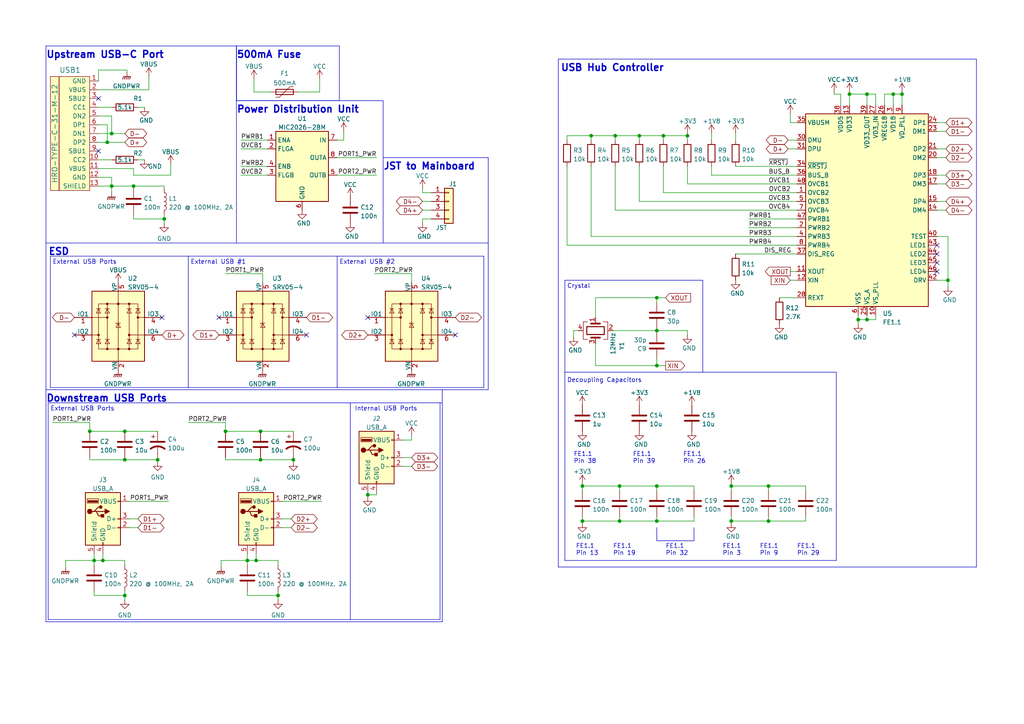
<source format=kicad_sch>
(kicad_sch (version 20230121) (generator eeschema)
  (paper "A4")
  (title_block (title "EC_Pro2_Controller_Normal") (date "2023-11-17") (rev "1.0") (company "LU.SV Solutions") (comment 1 "Cipulot PCB Design") (comment 2 "Cipulot") (comment 3 "GNU General Public License v3.0 "))
  (junction (at 32.385 38.735))
  (junction (at 168.91 140.97))
  (junction (at 251.46 27.305))
  (junction (at 36.195 133.35))
  (junction (at 179.705 140.97))
  (junction (at 190.5 95.885))
  (junction (at 65.405 125.095))
  (junction (at 29.845 162.56))
  (junction (at 190.5 140.97))
  (junction (at 246.38 27.305))
  (junction (at 74.295 162.56))
  (junction (at 261.62 27.305))
  (junction (at 26.035 125.095))
  (junction (at 27.305 162.56))
  (junction (at 32.385 53.975))
  (junction (at 75.565 125.095))
  (junction (at 36.195 125.095))
  (junction (at 85.09 133.35))
  (junction (at 274.955 81.28))
  (junction (at 185.42 39.37))
  (junction (at 222.885 140.97))
  (junction (at 80.645 172.72))
  (junction (at 47.625 63.5))
  (junction (at 75.565 133.35))
  (junction (at 192.405 39.37))
  (junction (at 212.09 151.13))
  (junction (at 190.5 86.36))
  (junction (at 190.5 151.13))
  (junction (at 190.5 106.045))
  (junction (at 212.09 140.97))
  (junction (at 45.72 133.35))
  (junction (at 168.91 151.13))
  (junction (at 259.08 27.305))
  (junction (at 179.705 151.13))
  (junction (at 199.39 39.37))
  (junction (at 251.46 92.71))
  (junction (at 222.885 151.13))
  (junction (at 36.195 172.72))
  (junction (at 38.735 53.975))
  (junction (at 248.92 92.71))
  (junction (at 71.755 162.56))
  (junction (at 106.68 143.51))
  (junction (at 31.115 41.275))
  (junction (at 171.45 39.37))
  (junction (at 178.435 39.37))
  (no_connect (at 28.575 43.815))
  (no_connect (at 63.5 92.075))
  (no_connect (at 88.9 97.155))
  (no_connect (at 132.08 97.155))
  (no_connect (at 106.68 92.075))
  (no_connect (at 271.78 71.12))
  (no_connect (at 271.78 76.2))
  (no_connect (at 271.78 73.66))
  (no_connect (at 271.78 78.74))
  (no_connect (at 28.575 28.575))
  (no_connect (at 46.99 92.075))
  (no_connect (at 21.59 97.155))
  (polyline (pts (xy 13.335 70.485) (xy 141.605 70.485)))
  (wire (pts (xy 248.92 92.71) (xy 248.92 93.98)))
  (wire (pts (xy 164.465 71.12) (xy 164.465 48.26)))
  (wire (pts (xy 217.17 66.04) (xy 231.14 66.04)))
  (wire (pts (xy 185.42 39.37) (xy 192.405 39.37)))
  (wire (pts (xy 178.435 40.64) (xy 178.435 39.37)))
  (polyline (pts (xy 163.83 107.95) (xy 242.57 107.95)))
  (wire (pts (xy 172.72 106.045) (xy 190.5 106.045)))
  (wire (pts (xy 201.295 151.13) (xy 190.5 151.13)))
  (wire (pts (xy 192.405 39.37) (xy 199.39 39.37)))
  (wire (pts (xy 69.85 50.8) (xy 77.47 50.8)))
  (wire (pts (xy 36.195 125.095) (xy 45.72 125.095)))
  (wire (pts (xy 28.575 23.495) (xy 28.575 20.32)))
  (wire (pts (xy 172.72 86.36) (xy 190.5 86.36)))
  (wire (pts (xy 28.575 53.975) (xy 32.385 53.975)))
  (wire (pts (xy 254 27.305) (xy 251.46 27.305)))
  (polyline (pts (xy 13.335 113.03) (xy 13.335 180.34)))
  (wire (pts (xy 222.885 140.97) (xy 233.68 140.97)))
  (wire (pts (xy 228.6 43.18) (xy 231.14 43.18)))
  (wire (pts (xy 222.885 140.97) (xy 222.885 142.24)))
  (polyline (pts (xy 97.79 112.395) (xy 140.335 112.395)))
  (polyline (pts (xy 13.335 13.335) (xy 13.335 70.485)))
  (wire (pts (xy 177.8 95.885) (xy 190.5 95.885)))
  (wire (pts (xy 164.465 39.37) (xy 171.45 39.37)))
  (wire (pts (xy 28.575 20.32) (xy 36.83 20.32)))
  (wire (pts (xy 43.18 26.035) (xy 43.18 22.225)))
  (wire (pts (xy 168.91 140.97) (xy 168.91 142.24)))
  (polyline (pts (xy 242.57 162.56) (xy 242.57 107.95)))
  (wire (pts (xy 166.37 95.885) (xy 167.64 95.885)))
  (wire (pts (xy 27.305 171.45) (xy 27.305 172.72)))
  (wire (pts (xy 47.625 62.23) (xy 47.625 63.5)))
  (wire (pts (xy 86.36 26.67) (xy 92.71 26.67)))
  (wire (pts (xy 190.5 104.14) (xy 190.5 106.045)))
  (wire (pts (xy 29.845 162.56) (xy 27.305 162.56)))
  (wire (pts (xy 36.195 133.35) (xy 45.72 133.35)))
  (wire (pts (xy 47.625 54.61) (xy 47.625 53.975)))
  (wire (pts (xy 108.585 79.375) (xy 119.38 79.375)))
  (wire (pts (xy 229.235 81.28) (xy 231.14 81.28)))
  (wire (pts (xy 99.695 38.1) (xy 99.695 40.64)))
  (wire (pts (xy 99.695 40.64) (xy 97.79 40.64)))
  (wire (pts (xy 32.385 51.435) (xy 32.385 53.975)))
  (wire (pts (xy 233.68 149.86) (xy 233.68 151.13)))
  (wire (pts (xy 40.005 31.115) (xy 41.91 31.115)))
  (wire (pts (xy 199.39 97.155) (xy 199.39 95.885)))
  (wire (pts (xy 28.575 48.895) (xy 38.735 48.895)))
  (wire (pts (xy 32.385 53.975) (xy 38.735 53.975)))
  (wire (pts (xy 97.79 45.72) (xy 109.22 45.72)))
  (wire (pts (xy 109.22 142.875) (xy 109.22 143.51)))
  (wire (pts (xy 106.68 143.51) (xy 106.68 142.875)))
  (polyline (pts (xy 161.925 17.145) (xy 283.21 17.145)))
  (wire (pts (xy 80.645 162.56) (xy 74.295 162.56)))
  (polyline (pts (xy 190.5 153.035) (xy 190.5 156.845)))
  (wire (pts (xy 222.885 151.13) (xy 212.09 151.13)))
  (wire (pts (xy 32.385 38.735) (xy 36.195 38.735)))
  (polyline (pts (xy 54.61 112.395) (xy 54.61 74.295)))
  (wire (pts (xy 69.85 43.18) (xy 77.47 43.18)))
  (wire (pts (xy 32.385 53.975) (xy 32.385 55.88)))
  (wire (pts (xy 122.555 60.96) (xy 125.095 60.96)))
  (polyline (pts (xy 14.605 74.295) (xy 54.61 74.295)))
  (polyline (pts (xy 283.21 17.145) (xy 283.21 164.465)))
  (polyline (pts (xy 141.605 113.03) (xy 13.335 113.03)))
  (wire (pts (xy 27.305 172.72) (xy 36.195 172.72)))
  (polyline (pts (xy 68.58 13.335) (xy 98.425 13.335)))
  (wire (pts (xy 45.72 132.715) (xy 45.72 133.35)))
  (wire (pts (xy 31.115 41.275) (xy 36.195 41.275)))
  (wire (pts (xy 85.09 133.35) (xy 85.09 133.985)))
  (wire (pts (xy 81.915 145.415) (xy 93.345 145.415)))
  (wire (pts (xy 274.955 68.58) (xy 274.955 81.28)))
  (polyline (pts (xy 140.335 112.395) (xy 140.335 74.295)))
  (wire (pts (xy 122.555 54.61) (xy 122.555 55.88)))
  (wire (pts (xy 179.705 151.13) (xy 168.91 151.13)))
  (wire (pts (xy 217.17 63.5) (xy 231.14 63.5)))
  (wire (pts (xy 38.735 53.975) (xy 38.735 54.61)))
  (wire (pts (xy 29.845 160.655) (xy 29.845 162.56)))
  (wire (pts (xy 274.32 60.96) (xy 271.78 60.96)))
  (wire (pts (xy 122.555 55.88) (xy 125.095 55.88)))
  (wire (pts (xy 259.08 27.305) (xy 259.08 30.48)))
  (wire (pts (xy 75.565 133.35) (xy 85.09 133.35)))
  (wire (pts (xy 69.85 40.64) (xy 77.47 40.64)))
  (wire (pts (xy 213.36 38.735) (xy 213.36 40.64)))
  (wire (pts (xy 243.84 30.48) (xy 243.84 27.305)))
  (polyline (pts (xy 13.335 113.03) (xy 13.335 70.485)))
  (wire (pts (xy 246.38 26.67) (xy 246.38 27.305)))
  (wire (pts (xy 185.42 39.37) (xy 185.42 40.64)))
  (wire (pts (xy 228.6 40.64) (xy 231.14 40.64)))
  (wire (pts (xy 190.5 86.36) (xy 193.04 86.36)))
  (wire (pts (xy 256.54 27.305) (xy 259.08 27.305)))
  (wire (pts (xy 229.235 33.02) (xy 229.235 35.56)))
  (wire (pts (xy 65.405 79.375) (xy 76.2 79.375)))
  (wire (pts (xy 122.555 63.5) (xy 125.095 63.5)))
  (polyline (pts (xy 97.79 74.295) (xy 140.335 74.295)))
  (wire (pts (xy 201.295 142.24) (xy 201.295 140.97)))
  (wire (pts (xy 36.195 162.56) (xy 29.845 162.56)))
  (polyline (pts (xy 13.97 179.705) (xy 13.97 116.84)))
  (wire (pts (xy 168.91 140.335) (xy 168.91 140.97)))
  (wire (pts (xy 71.755 160.655) (xy 71.755 162.56)))
  (wire (pts (xy 49.53 47.625) (xy 49.53 50.8)))
  (wire (pts (xy 271.78 68.58) (xy 274.955 68.58)))
  (wire (pts (xy 243.84 27.305) (xy 241.935 27.305)))
  (polyline (pts (xy 68.58 29.21) (xy 111.125 29.21)))
  (wire (pts (xy 212.09 140.97) (xy 212.09 142.24)))
  (wire (pts (xy 178.435 48.26) (xy 178.435 60.96)))
  (wire (pts (xy 192.405 48.26) (xy 192.405 55.88)))
  (wire (pts (xy 119.38 127.635) (xy 119.38 126.365)))
  (wire (pts (xy 80.645 171.45) (xy 80.645 172.72)))
  (wire (pts (xy 85.09 132.715) (xy 85.09 133.35)))
  (wire (pts (xy 28.575 26.035) (xy 43.18 26.035)))
  (wire (pts (xy 171.45 39.37) (xy 178.435 39.37)))
  (polyline (pts (xy 190.5 156.845) (xy 201.295 156.845)))
  (wire (pts (xy 199.39 53.34) (xy 199.39 48.26)))
  (wire (pts (xy 274.32 43.18) (xy 271.78 43.18)))
  (wire (pts (xy 213.36 48.26) (xy 231.14 48.26)))
  (wire (pts (xy 80.645 172.72) (xy 80.645 173.99)))
  (wire (pts (xy 190.5 140.97) (xy 190.5 142.24)))
  (wire (pts (xy 178.435 39.37) (xy 185.42 39.37)))
  (wire (pts (xy 19.05 164.465) (xy 19.05 162.56)))
  (wire (pts (xy 164.465 71.12) (xy 231.14 71.12)))
  (wire (pts (xy 71.755 171.45) (xy 71.755 172.72)))
  (wire (pts (xy 74.295 160.655) (xy 74.295 162.56)))
  (wire (pts (xy 36.195 132.715) (xy 36.195 133.35)))
  (wire (pts (xy 171.45 39.37) (xy 171.45 40.64)))
  (wire (pts (xy 206.375 50.8) (xy 231.14 50.8)))
  (wire (pts (xy 73.66 26.67) (xy 78.74 26.67)))
  (wire (pts (xy 27.305 162.56) (xy 27.305 163.83)))
  (wire (pts (xy 40.005 153.035) (xy 37.465 153.035)))
  (wire (pts (xy 26.035 132.715) (xy 26.035 133.35)))
  (polyline (pts (xy 128.27 180.34) (xy 128.27 113.03)))
  (wire (pts (xy 192.405 55.88) (xy 231.14 55.88)))
  (wire (pts (xy 229.235 78.74) (xy 231.14 78.74)))
  (polyline (pts (xy 141.605 70.485) (xy 141.605 45.72)))
  (wire (pts (xy 80.645 163.83) (xy 80.645 162.56)))
  (wire (pts (xy 47.625 63.5) (xy 47.625 64.77)))
  (wire (pts (xy 38.735 63.5) (xy 47.625 63.5)))
  (polyline (pts (xy 111.125 70.485) (xy 111.125 29.21)))
  (wire (pts (xy 64.135 164.465) (xy 64.135 162.56)))
  (wire (pts (xy 261.62 27.305) (xy 261.62 30.48)))
  (wire (pts (xy 248.92 91.44) (xy 248.92 92.71)))
  (wire (pts (xy 71.755 162.56) (xy 71.755 163.83)))
  (wire (pts (xy 28.575 33.655) (xy 32.385 33.655)))
  (wire (pts (xy 71.755 162.56) (xy 74.295 162.56)))
  (wire (pts (xy 28.575 51.435) (xy 32.385 51.435)))
  (wire (pts (xy 40.005 46.355) (xy 41.91 46.355)))
  (polyline (pts (xy 14.605 112.395) (xy 54.61 112.395)))
  (wire (pts (xy 75.565 125.095) (xy 85.09 125.095)))
  (wire (pts (xy 254 91.44) (xy 254 92.71)))
  (wire (pts (xy 27.305 160.655) (xy 27.305 162.56)))
  (wire (pts (xy 26.035 122.555) (xy 26.035 125.095)))
  (wire (pts (xy 64.135 162.56) (xy 71.755 162.56)))
  (polyline (pts (xy 163.83 162.56) (xy 242.57 162.56)))
  (wire (pts (xy 28.575 36.195) (xy 31.115 36.195)))
  (wire (pts (xy 271.78 81.28) (xy 274.955 81.28)))
  (wire (pts (xy 172.72 99.695) (xy 172.72 106.045)))
  (wire (pts (xy 31.115 36.195) (xy 31.115 41.275)))
  (wire (pts (xy 251.46 27.305) (xy 246.38 27.305)))
  (wire (pts (xy 246.38 27.305) (xy 246.38 30.48)))
  (polyline (pts (xy 111.125 45.72) (xy 141.605 45.72)))
  (wire (pts (xy 119.38 132.715) (xy 116.84 132.715)))
  (polyline (pts (xy 98.425 29.21) (xy 98.425 13.335)))
  (wire (pts (xy 190.5 95.885) (xy 190.5 96.52)))
  (wire (pts (xy 168.91 151.13) (xy 168.91 151.765)))
  (wire (pts (xy 185.42 48.26) (xy 185.42 58.42)))
  (wire (pts (xy 179.705 140.97) (xy 179.705 142.24)))
  (wire (pts (xy 199.39 38.735) (xy 199.39 39.37)))
  (wire (pts (xy 166.37 97.79) (xy 166.37 95.885)))
  (wire (pts (xy 206.375 48.26) (xy 206.375 50.8)))
  (wire (pts (xy 36.195 172.72) (xy 36.195 173.99)))
  (polyline (pts (xy 163.83 81.28) (xy 163.83 162.56)))
  (wire (pts (xy 26.035 125.095) (xy 36.195 125.095)))
  (wire (pts (xy 190.5 95.25) (xy 190.5 95.885)))
  (wire (pts (xy 65.405 132.715) (xy 65.405 133.35)))
  (wire (pts (xy 76.2 79.375) (xy 76.2 81.915)))
  (polyline (pts (xy 68.58 29.21) (xy 98.425 29.21)))
  (wire (pts (xy 122.555 64.77) (xy 122.555 63.5)))
  (wire (pts (xy 71.755 172.72) (xy 80.645 172.72)))
  (wire (pts (xy 192.405 39.37) (xy 192.405 40.64)))
  (polyline (pts (xy 101.6 116.84) (xy 101.6 179.705)))
  (wire (pts (xy 212.09 151.13) (xy 212.09 151.765)))
  (wire (pts (xy 254 92.71) (xy 251.46 92.71)))
  (polyline (pts (xy 54.61 112.395) (xy 97.79 112.395)))
  (wire (pts (xy 92.71 26.67) (xy 92.71 22.86)))
  (polyline (pts (xy 163.83 81.28) (xy 203.835 81.28)))
  (wire (pts (xy 199.39 39.37) (xy 199.39 40.64)))
  (wire (pts (xy 84.455 153.035) (xy 81.915 153.035)))
  (wire (pts (xy 233.68 140.97) (xy 233.68 142.24)))
  (wire (pts (xy 36.83 20.32) (xy 36.83 20.955)))
  (wire (pts (xy 254 27.305) (xy 254 30.48)))
  (wire (pts (xy 19.05 162.56) (xy 27.305 162.56)))
  (polyline (pts (xy 141.605 70.485) (xy 141.605 113.03)))
  (wire (pts (xy 168.91 140.97) (xy 179.705 140.97)))
  (wire (pts (xy 65.405 125.095) (xy 75.565 125.095)))
  (wire (pts (xy 84.455 150.495) (xy 81.915 150.495)))
  (polyline (pts (xy 161.925 17.145) (xy 161.925 164.465)))
  (wire (pts (xy 32.385 33.655) (xy 32.385 38.735)))
  (wire (pts (xy 38.735 48.895) (xy 38.735 50.8)))
  (wire (pts (xy 119.38 135.255) (xy 116.84 135.255)))
  (wire (pts (xy 274.32 50.8) (xy 271.78 50.8)))
  (wire (pts (xy 190.5 86.36) (xy 190.5 87.63)))
  (wire (pts (xy 206.375 38.735) (xy 206.375 40.64)))
  (wire (pts (xy 256.54 27.305) (xy 256.54 30.48)))
  (polyline (pts (xy 97.79 112.395) (xy 97.79 74.295)))
  (wire (pts (xy 261.62 26.67) (xy 261.62 27.305)))
  (wire (pts (xy 190.5 140.97) (xy 201.295 140.97)))
  (wire (pts (xy 73.66 22.86) (xy 73.66 26.67)))
  (wire (pts (xy 274.32 38.1) (xy 271.78 38.1)))
  (polyline (pts (xy 161.925 164.465) (xy 283.21 164.465)))
  (wire (pts (xy 190.5 95.885) (xy 199.39 95.885)))
  (wire (pts (xy 179.705 149.86) (xy 179.705 151.13)))
  (wire (pts (xy 36.195 171.45) (xy 36.195 172.72)))
  (wire (pts (xy 38.735 62.23) (xy 38.735 63.5)))
  (wire (pts (xy 54.61 122.555) (xy 65.405 122.555)))
  (wire (pts (xy 28.575 41.275) (xy 31.115 41.275)))
  (wire (pts (xy 213.36 73.66) (xy 231.14 73.66)))
  (polyline (pts (xy 68.58 70.485) (xy 68.58 13.335)))
  (wire (pts (xy 65.405 122.555) (xy 65.405 125.095)))
  (polyline (pts (xy 14.605 74.295) (xy 14.605 112.395)))
  (wire (pts (xy 229.235 35.56) (xy 231.14 35.56)))
  (polyline (pts (xy 127.635 179.705) (xy 13.97 179.705)))
  (wire (pts (xy 45.72 133.35) (xy 45.72 133.985)))
  (wire (pts (xy 241.935 27.305) (xy 241.935 26.67)))
  (wire (pts (xy 212.09 140.97) (xy 222.885 140.97)))
  (wire (pts (xy 233.68 151.13) (xy 222.885 151.13)))
  (wire (pts (xy 97.79 50.8) (xy 109.22 50.8)))
  (wire (pts (xy 36.195 163.83) (xy 36.195 162.56)))
  (wire (pts (xy 171.45 68.58) (xy 231.14 68.58)))
  (wire (pts (xy 251.46 27.305) (xy 251.46 30.48)))
  (wire (pts (xy 38.735 50.8) (xy 49.53 50.8)))
  (wire (pts (xy 185.42 58.42) (xy 231.14 58.42)))
  (wire (pts (xy 106.68 143.51) (xy 109.22 143.51)))
  (wire (pts (xy 274.955 81.28) (xy 274.955 83.185)))
  (polyline (pts (xy 201.295 153.035) (xy 201.295 156.845)))
  (wire (pts (xy 251.46 91.44) (xy 251.46 92.71)))
  (wire (pts (xy 226.06 86.36) (xy 231.14 86.36)))
  (wire (pts (xy 75.565 132.715) (xy 75.565 133.35)))
  (wire (pts (xy 26.035 133.35) (xy 36.195 133.35)))
  (wire (pts (xy 122.555 58.42) (xy 125.095 58.42)))
  (wire (pts (xy 251.46 92.71) (xy 248.92 92.71)))
  (wire (pts (xy 168.91 149.86) (xy 168.91 151.13)))
  (wire (pts (xy 116.84 127.635) (xy 119.38 127.635)))
  (polyline (pts (xy 13.97 116.84) (xy 128.27 116.84)))
  (wire (pts (xy 274.32 35.56) (xy 271.78 35.56)))
  (wire (pts (xy 190.5 106.045) (xy 193.04 106.045)))
  (wire (pts (xy 171.45 48.26) (xy 171.45 68.58)))
  (wire (pts (xy 222.885 149.86) (xy 222.885 151.13)))
  (wire (pts (xy 201.295 149.86) (xy 201.295 151.13)))
  (wire (pts (xy 178.435 60.96) (xy 231.14 60.96)))
  (wire (pts (xy 212.09 149.86) (xy 212.09 151.13)))
  (wire (pts (xy 274.32 58.42) (xy 271.78 58.42)))
  (wire (pts (xy 15.24 122.555) (xy 26.035 122.555)))
  (polyline (pts (xy 13.335 13.335) (xy 68.58 13.335)))
  (wire (pts (xy 28.575 31.115) (xy 32.385 31.115)))
  (polyline (pts (xy 127.635 116.84) (xy 127.635 179.705)))
  (wire (pts (xy 274.32 45.72) (xy 271.78 45.72)))
  (wire (pts (xy 259.08 27.305) (xy 261.62 27.305)))
  (polyline (pts (xy 54.61 74.295) (xy 97.79 74.295)))
  (polyline (pts (xy 68.58 13.335) (xy 68.58 29.21)))
  (wire (pts (xy 164.465 40.64) (xy 164.465 39.37)))
  (wire (pts (xy 40.005 150.495) (xy 37.465 150.495)))
  (wire (pts (xy 28.575 38.735) (xy 32.385 38.735)))
  (wire (pts (xy 179.705 140.97) (xy 190.5 140.97)))
  (wire (pts (xy 119.38 79.375) (xy 119.38 81.915)))
  (polyline (pts (xy 13.335 180.34) (xy 128.27 180.34)))
  (wire (pts (xy 274.32 53.34) (xy 271.78 53.34)))
  (wire (pts (xy 231.14 53.34) (xy 199.39 53.34)))
  (wire (pts (xy 190.5 151.13) (xy 179.705 151.13)))
  (wire (pts (xy 69.85 48.26) (xy 77.47 48.26)))
  (polyline (pts (xy 203.835 81.28) (xy 203.835 107.95)))
  (wire (pts (xy 212.09 140.335) (xy 212.09 140.97)))
  (wire (pts (xy 37.465 145.415) (xy 48.895 145.415)))
  (wire (pts (xy 65.405 133.35) (xy 75.565 133.35)))
  (wire (pts (xy 172.72 92.075) (xy 172.72 86.36)))
  (wire (pts (xy 28.575 46.355) (xy 32.385 46.355)))
  (wire (pts (xy 38.735 53.975) (xy 47.625 53.975)))
  (wire (pts (xy 190.5 149.86) (xy 190.5 151.13)))
  (wire (pts (xy 106.68 144.145) (xy 106.68 143.51)))
  (text "Decoupling Capacitors" (at 164.465 111.125 0) (effects (font (size 1.27 1.27)) (justify left bottom)))
  (text "Upstream USB-C Port" (at 13.335 17.145 0) (effects (font (size 2 2) (thickness 0.4) bold) (justify left bottom)))
  (text "Internal USB Ports" (at 102.87 119.38 0) (effects (font (size 1.27 1.27)) (justify left bottom)))
  (text "Downstream USB Ports" (at 13.335 116.84 0) (effects (font (size 2 2) (thickness 0.4) bold) (justify left bottom)))
  (text "External USB #2\n" (at 98.425 76.835 0) (effects (font (size 1.27 1.27)) (justify left bottom)))
  (text "ESD" (at 13.97 74.295 0) (effects (font (size 2 2) (thickness 0.4) bold) (justify left bottom)))
  (text "FE1.1\nPin 32" (at 193.04 161.29 0) (effects (font (size 1.27 1.27)) (justify left bottom)))
  (text "External USB #1" (at 55.245 76.835 0) (effects (font (size 1.27 1.27)) (justify left bottom)))
  (text "FE1.1\nPin 38" (at 166.37 134.62 0) (effects (font (size 1.27 1.27)) (justify left bottom)))
  (text "FE1.1\nPin 39" (at 183.515 134.62 0) (effects (font (size 1.27 1.27)) (justify left bottom)))
  (text "Power Distribution Unit" (at 68.58 33.02 0) (effects (font (size 2 2) (thickness 0.4) bold) (justify left bottom)))
  (text "FE1.1\nPin 9" (at 220.345 161.29 0) (effects (font (size 1.27 1.27)) (justify left bottom)))
  (text "FE1.1\nPin 3" (at 209.55 161.29 0) (effects (font (size 1.27 1.27)) (justify left bottom)))
  (text "Crystal" (at 164.465 83.82 0) (effects (font (size 1.27 1.27)) (justify left bottom)))
  (text "FE1.1\nPin 13" (at 167.005 161.29 0) (effects (font (size 1.27 1.27)) (justify left bottom)))
  (text "FE1.1\nPin 29" (at 231.14 161.29 0) (effects (font (size 1.27 1.27)) (justify left bottom)))
  (text "External USB Ports" (at 15.24 76.835 0) (effects (font (size 1.27 1.27)) (justify left bottom)))
  (text "JST to Mainboard" (at 111.125 49.53 0) (effects (font (size 2 2) (thickness 0.4) bold) (justify left bottom)))
  (text "FE1.1\nPin 19" (at 177.8 161.29 0) (effects (font (size 1.27 1.27)) (justify left bottom)))
  (text "FE1.1\nPin 26\n" (at 198.12 134.62 0) (effects (font (size 1.27 1.27)) (justify left bottom)))
  (text "External USB Ports" (at 14.605 119.38 0) (effects (font (size 1.27 1.27)) (justify left bottom)))
  (text "USB Hub Controller" (at 162.56 20.955 0) (effects (font (size 2 2) (thickness 0.4) bold) (justify left bottom)))
  (text "500mA Fuse" (at 68.58 17.145 0) (effects (font (size 2 2) (thickness 0.4) bold) (justify left bottom)))
  (label "OVCB1" (at 222.885 53.34 0))
  (label "PORT1_PWR" (at 65.405 79.375 0))
  (label "DIS_REG" (at 221.615 73.66 0))
  (label "PWRB2" (at 69.85 48.26 0))
  (label "OVCB1" (at 69.85 43.18 0))
  (label "PORT2_PWR" (at 93.345 145.415 180))
  (label "OVCB2" (at 69.85 50.8 0))
  (label "PWRB1" (at 69.85 40.64 0))
  (label "PWRB4" (at 217.17 71.12 0))
  (label "PORT1_PWR" (at 48.895 145.415 180))
  (label "OVCB3" (at 222.823 58.42 0))
  (label "BUS_B" (at 222.885 50.8 0))
  (label "PWRB2" (at 217.17 66.04 0))
  (label "PORT2_PWR" (at 109.22 50.8 180))
  (label "PORT2_PWR" (at 54.61 122.555 0))
  (label "PORT1_PWR" (at 109.22 45.72 180))
  (label "PORT1_PWR" (at 15.24 122.555 0))
  (label "PWRB1" (at 217.17 63.5 0))
  (label "OVCB4" (at 222.885 60.96 0))
  (label "~{XRSTJ}" (at 222.885 48.26 0))
  (label "PWRB3" (at 217.17 68.58 0))
  (label "OVCB2" (at 222.9469 55.88 0))
  (label "PORT2_PWR" (at 108.585 79.375 0))
  (global_label "D3-" (shape bidirectional) (at 119.38 135.255 0) (property "Intersheetrefs" "${INTERSHEET_REFS}" (effects hide)))
  (global_label "D2-" (shape bidirectional) (at 84.455 153.035 0) (property "Intersheetrefs" "${INTERSHEET_REFS}" (effects hide)))
  (global_label "XIN" (shape output) (at 193.04 106.045 0) (property "Intersheetrefs" "${INTERSHEET_REFS}" (effects hide)))
  (global_label "D1-" (shape bidirectional) (at 40.005 153.035 0) (property "Intersheetrefs" "${INTERSHEET_REFS}" (effects hide)))
  (global_label "D2+" (shape bidirectional) (at 274.32 43.18 0) (property "Intersheetrefs" "${INTERSHEET_REFS}" (effects hide)))
  (global_label "D2+" (shape bidirectional) (at 84.455 150.495 0) (property "Intersheetrefs" "${INTERSHEET_REFS}" (effects hide)))
  (global_label "D+" (shape bidirectional) (at 228.6 43.18 180) (property "Intersheetrefs" "${INTERSHEET_REFS}" (effects hide)))
  (global_label "D4+" (shape bidirectional) (at 122.555 60.96 180) (property "Intersheetrefs" "${INTERSHEET_REFS}" (effects hide)))
  (global_label "D3-" (shape bidirectional) (at 274.32 53.34 0) (property "Intersheetrefs" "${INTERSHEET_REFS}" (effects hide)))
  (global_label "D+" (shape bidirectional) (at 36.195 41.275 0) (property "Intersheetrefs" "${INTERSHEET_REFS}" (effects hide)))
  (global_label "XOUT" (shape output) (at 229.235 78.74 180) (property "Intersheetrefs" "${INTERSHEET_REFS}" (effects hide)))
  (global_label "D2-" (shape bidirectional) (at 132.08 92.075 0) (property "Intersheetrefs" "${INTERSHEET_REFS}" (effects hide)))
  (global_label "D3+" (shape bidirectional) (at 274.32 50.8 0) (property "Intersheetrefs" "${INTERSHEET_REFS}" (effects hide)))
  (global_label "D4-" (shape bidirectional) (at 274.32 60.96 0) (property "Intersheetrefs" "${INTERSHEET_REFS}" (effects hide)))
  (global_label "D2-" (shape bidirectional) (at 274.32 45.72 0) (property "Intersheetrefs" "${INTERSHEET_REFS}" (effects hide)))
  (global_label "XOUT" (shape input) (at 193.04 86.36 0) (property "Intersheetrefs" "${INTERSHEET_REFS}" (effects hide)))
  (global_label "D-" (shape bidirectional) (at 21.59 92.075 180) (property "Intersheetrefs" "${INTERSHEET_REFS}" (effects hide)))
  (global_label "D3+" (shape bidirectional) (at 119.38 132.715 0) (property "Intersheetrefs" "${INTERSHEET_REFS}" (effects hide)))
  (global_label "D1+" (shape bidirectional) (at 40.005 150.495 0) (property "Intersheetrefs" "${INTERSHEET_REFS}" (effects hide)))
  (global_label "D4+" (shape bidirectional) (at 274.32 58.42 0) (property "Intersheetrefs" "${INTERSHEET_REFS}" (effects hide)))
  (global_label "D1+" (shape bidirectional) (at 63.5 97.155 180) (property "Intersheetrefs" "${INTERSHEET_REFS}" (effects hide)))
  (global_label "D1+" (shape bidirectional) (at 274.32 35.56 0) (property "Intersheetrefs" "${INTERSHEET_REFS}" (effects hide)))
  (global_label "D+" (shape bidirectional) (at 46.99 97.155 0) (property "Intersheetrefs" "${INTERSHEET_REFS}" (effects hide)))
  (global_label "XIN" (shape input) (at 229.235 81.28 180) (property "Intersheetrefs" "${INTERSHEET_REFS}" (effects hide)))
  (global_label "D1-" (shape bidirectional) (at 274.32 38.1 0) (property "Intersheetrefs" "${INTERSHEET_REFS}" (effects hide)))
  (global_label "D4-" (shape bidirectional) (at 122.555 58.42 180) (property "Intersheetrefs" "${INTERSHEET_REFS}" (effects hide)))
  (global_label "D-" (shape bidirectional) (at 36.195 38.735 0) (property "Intersheetrefs" "${INTERSHEET_REFS}" (effects hide)))
  (global_label "D-" (shape bidirectional) (at 228.6 40.64 180) (property "Intersheetrefs" "${INTERSHEET_REFS}" (effects hide)))
  (global_label "D1-" (shape bidirectional) (at 88.9 92.075 0) (property "Intersheetrefs" "${INTERSHEET_REFS}" (effects hide)))
  (global_label "D2+" (shape bidirectional) (at 106.68 97.155 180) (property "Intersheetrefs" "${INTERSHEET_REFS}" (effects hide)))
  (symbol (lib_name "R_1") (lib_id "Device:R") (at 213.36 44.45 0) (unit 1)
    (property "Reference" "R10" (at 215.138 43.6153 0) (effects (justify left)))
    (property "Value" "10k" (at 215.138 46.1522 0) (effects (justify left)))
    (property "Footprint" "Resistor_SMD:R_0603_1608Metric" (effects hide))
    (property "LCSC" "C25804" (effects hide))
  )
  (symbol (lib_id "Device:C") (at 168.91 146.05 0) (unit 1)
    (property "Reference" "C16" (at 171.831 145.2153 0) (effects (justify left)))
    (property "Value" "100n" (at 171.831 147.7522 0) (effects (justify left)))
    (property "Footprint" "Capacitor_SMD:C_0603_1608Metric" (effects hide))
    (property "LCSC" "C14663" (effects hide))
  )
  (symbol (lib_id "Device:C_Polarized_US") (at 45.72 128.905 0) (unit 1)
    (property "Reference" "C4" (at 48.641 127.4353 0) (effects (justify left)))
    (property "Value" "100u" (at 48.641 129.9722 0) (effects (justify left)))
    (property "Footprint" "Capacitor_SMD:CP_Elec_6.3x5.9" (effects hide))
    (property "LCSC" "C134878" (effects hide))
  )
  (symbol (lib_id "Device:C") (at 200.66 121.285 0) (unit 1)
    (property "Reference" "C15" (at 203.581 120.4503 0) (effects (justify left)))
    (property "Value" "10u" (at 203.581 122.9872 0) (effects (justify left)))
    (property "Footprint" "Capacitor_SMD:C_0603_1608Metric" (effects hide))
    (property "LCSC" "C19702" (effects hide))
  )
  (symbol (lib_id "Device:C") (at 179.705 146.05 0) (unit 1)
    (property "Reference" "C17" (at 182.626 145.2153 0) (effects (justify left)))
    (property "Value" "100n" (at 182.626 147.7522 0) (effects (justify left)))
    (property "Footprint" "Capacitor_SMD:C_0603_1608Metric" (effects hide))
    (property "LCSC" "C14663" (effects hide))
  )
  (symbol (lib_id "power:GNDPWR") (at 19.05 164.465 0) (unit 1)
    (property "Reference" "#PWR034" (effects hide))
    (property "Value" "GNDPWR" (at 18.923 168.502 0))
  )
  (symbol (lib_id "Connector:USB_A") (at 74.295 150.495 0) (unit 1)
    (property "Reference" "J4" (at 74.295 139.1752 0))
    (property "Value" "USB_A" (at 74.295 141.7121 0))
    (property "Footprint" "cipulot_parts:USB-SMT-04F-S1-B1-R9A" (effects hide))
    (property "Datasheet" "https://datasheet.lcsc.com/lcsc/2008042135_JINJIA-USB-SMT-04F-S1-B1-R9A_C718022.pdf" (effects hide))
    (property "LCSC" "C718022" (effects hide))
  )
  (symbol (lib_id "Device:C") (at 75.565 128.905 0) (unit 1)
    (property "Reference" "C6" (at 78.486 128.0703 0) (effects (justify left)))
    (property "Value" "10u" (at 78.486 130.6072 0) (effects (justify left)))
    (property "Footprint" "Capacitor_SMD:C_0603_1608Metric" (effects hide))
    (property "LCSC" "C19702" (effects hide))
  )
  (symbol (lib_id "Device:C") (at 190.5 146.05 0) (unit 1)
    (property "Reference" "C18" (at 193.421 145.2153 0) (effects (justify left)))
    (property "Value" "100n" (at 193.421 147.7522 0) (effects (justify left)))
    (property "Footprint" "Capacitor_SMD:C_0603_1608Metric" (effects hide))
    (property "LCSC" "C14663" (effects hide))
  )
  (symbol (lib_id "power:GNDPWR") (at 34.29 107.315 0) (unit 1)
    (property "Reference" "#PWR022" (effects hide))
    (property "Value" "GNDPWR" (at 34.163 111.352 0))
  )
  (symbol (lib_id "Device:C") (at 201.295 146.05 0) (unit 1)
    (property "Reference" "C19" (at 204.216 145.2153 0) (effects (justify left)))
    (property "Value" "100n" (at 204.216 147.7522 0) (effects (justify left)))
    (property "Footprint" "Capacitor_SMD:C_0603_1608Metric" (effects hide))
    (property "LCSC" "C14663" (effects hide))
  )
  (symbol (lib_id "power:GND") (at 87.63 60.96 0) (unit 1)
    (property "Reference" "#PWR012" (effects hide))
    (property "Value" "GND" (at 90.17 64.77 0) (effects (justify right)))
  )
  (symbol (lib_id "Power_Protection:SRV05-4") (at 34.29 94.615 0) (unit 1)
    (property "Reference" "U2" (at 37.0587 80.7552 0) (effects (justify left)))
    (property "Value" "SRV05-4" (at 37.0587 83.2921 0) (effects (justify left)))
    (property "Footprint" "cipulot_parts:SOT-23-6-routable" (effects hide))
    (property "Datasheet" "http://www.onsemi.com/pub/Collateral/SRV05-4-D.PDF" (effects hide))
    (property "LCSC" "C85364" (effects hide))
  )
  (symbol (lib_id "power:VBUS") (at 49.53 47.625 0) (unit 1)
    (property "Reference" "#PWR08" (effects hide))
    (property "Value" "VBUS" (at 49.53 44.0492 0))
  )
  (symbol (lib_id "Device:L") (at 47.625 58.42 0) (unit 1)
    (property "Reference" "L1" (at 48.895 57.5853 0) (effects (justify left)))
    (property "Value" "220 @ 100MHz, 2A" (at 48.895 60.1222 0) (effects (justify left)))
    (property "Footprint" "Inductor_SMD:L_0603_1608Metric" (effects hide))
    (property "LCSC" "C85832" (effects hide))
  )
  (symbol (lib_id "power:+1V8") (at 212.09 140.335 0) (unit 1)
    (property "Reference" "#PWR047" (effects hide))
    (property "Value" "+1V8" (at 212.09 136.7592 0))
  )
  (symbol (lib_id "Device:C") (at 233.68 146.05 0) (unit 1)
    (property "Reference" "C22" (at 236.601 145.2153 0) (effects (justify left)))
    (property "Value" "100n" (at 236.601 147.7522 0) (effects (justify left)))
    (property "Footprint" "Capacitor_SMD:C_0603_1608Metric" (effects hide))
    (property "LCSC" "C14663" (effects hide))
  )
  (symbol (lib_id "power:GNDPWR") (at 64.135 164.465 0) (unit 1)
    (property "Reference" "#PWR035" (effects hide))
    (property "Value" "GNDPWR" (at 64.008 168.502 0))
  )
  (symbol (lib_id "power:VBUS") (at 43.18 22.225 0) (unit 1)
    (property "Reference" "#PWR01" (effects hide))
    (property "Value" "VBUS" (at 43.18 18.6205 0))
  )
  (symbol (lib_id "power:GND") (at 168.91 151.765 0) (unit 1)
    (property "Reference" "#PWR048" (effects hide))
    (property "Value" "GND" (at 171.45 155.575 0) (effects (justify right)))
  )
  (symbol (lib_id "Power_Protection:SRV05-4") (at 119.38 94.615 0) (unit 1)
    (property "Reference" "U4" (at 122.1487 80.7552 0) (effects (justify left)))
    (property "Value" "SRV05-4" (at 122.1487 83.2921 0) (effects (justify left)))
    (property "Footprint" "cipulot_parts:SOT-23-6-routable" (effects hide))
    (property "Datasheet" "http://www.onsemi.com/pub/Collateral/SRV05-4-D.PDF" (effects hide))
    (property "LCSC" "C85364" (effects hide))
  )
  (symbol (lib_id "Device:C") (at 26.035 128.905 0) (unit 1)
    (property "Reference" "C2" (at 28.956 128.0703 0) (effects (justify left)))
    (property "Value" "100n" (at 28.956 130.6072 0) (effects (justify left)))
    (property "Footprint" "Capacitor_SMD:C_0603_1608Metric" (effects hide))
    (property "LCSC" "C14663" (effects hide))
  )
  (symbol (lib_id "Device:R") (at 36.195 31.115 270) (unit 1)
    (property "Reference" "R1" (at 40.005 28.575 90))
    (property "Value" "5.1k" (at 36.195 31.115 90))
    (property "Footprint" "Resistor_SMD:R_0402_1005Metric" (effects hide))
    (property "LCSC" "C25905" (effects hide))
  )
  (symbol (lib_id "power:GND") (at 80.645 173.99 0) (unit 1)
    (property "Reference" "#PWR037" (effects hide))
    (property "Value" "GND" (at 80.645 178.4334 0))
  )
  (symbol (lib_id "power:VCC") (at 99.695 38.1 0) (unit 1)
    (property "Reference" "#PWR06" (effects hide))
    (property "Value" "VCC" (at 99.695 34.5242 0))
  )
  (symbol (lib_id "Device:C") (at 38.735 58.42 0) (unit 1)
    (property "Reference" "C1" (at 41.656 57.5853 0) (effects (justify left)))
    (property "Value" "100n" (at 41.656 60.1222 0) (effects (justify left)))
    (property "Footprint" "Capacitor_SMD:C_0603_1608Metric" (effects hide))
    (property "LCSC" "C14663" (effects hide))
  )
  (symbol (lib_id "Device:L") (at 36.195 167.64 0) (unit 1)
    (property "Reference" "L2" (at 37.465 166.8053 0) (effects (justify left)))
    (property "Value" "220 @ 100MHz, 2A" (at 37.465 169.3422 0) (effects (justify left)))
    (property "Footprint" "Inductor_SMD:L_0603_1608Metric" (effects hide))
    (property "LCSC" "C85832" (effects hide))
  )
  (symbol (lib_id "power:+1V8") (at 261.62 26.67 0) (unit 1)
    (property "Reference" "#PWR017" (effects hide))
    (property "Value" "+1V8" (at 261.62 23.0942 0))
  )
  (symbol (lib_id "power:GND") (at 41.91 31.115 0) (unit 1)
    (property "Reference" "#PWR05" (effects hide))
    (property "Value" "GND" (at 44.45 34.925 0) (effects (justify right)))
  )
  (symbol (lib_id "power:+1V8") (at 206.375 38.735 0) (unit 1)
    (property "Reference" "#PWR020" (effects hide))
    (property "Value" "+1V8" (at 206.375 35.1592 0))
  )
  (symbol (lib_name "R_1") (lib_id "Device:R") (at 206.375 44.45 0) (unit 1)
    (property "Reference" "R9" (at 208.153 43.6153 0) (effects (justify left)))
    (property "Value" "10k" (at 208.153 46.1522 0) (effects (justify left)))
    (property "Footprint" "Resistor_SMD:R_0603_1608Metric" (effects hide))
    (property "LCSC" "C25804" (effects hide))
  )
  (symbol (lib_id "Connector_Generic:Conn_01x04") (at 130.175 58.42 0) (unit 1)
    (property "Reference" "J1" (at 130.175 53.34 0) (effects (justify left)))
    (property "Value" "JST" (at 126.365 66.04 0) (effects (justify left)))
    (property "Footprint" "cipulot_parts:JST-SR-4" (effects hide))
    (property "LCSC" "C145956" (effects hide))
  )
  (symbol (lib_id "power:GND") (at 199.39 97.155 0) (unit 1)
    (property "Reference" "#PWR039" (effects hide))
    (property "Value" "GND" (at 201.93 100.965 0) (effects (justify right)))
  )
  (symbol (lib_id "Device:C") (at 36.195 128.905 0) (unit 1)
    (property "Reference" "C3" (at 39.116 128.0703 0) (effects (justify left)))
    (property "Value" "10u" (at 39.116 130.6072 0) (effects (justify left)))
    (property "Footprint" "Capacitor_SMD:C_0603_1608Metric" (effects hide))
    (property "LCSC" "C19702" (effects hide))
  )
  (symbol (lib_id "power:GND") (at 36.195 173.99 0) (unit 1)
    (property "Reference" "#PWR036" (effects hide))
    (property "Value" "GND" (at 36.195 178.4334 0))
  )
  (symbol (lib_id "power:GND") (at 85.09 133.985 0) (unit 1)
    (property "Reference" "#PWR027" (effects hide))
    (property "Value" "GND" (at 85.09 138.4284 0))
  )
  (symbol (lib_id "Device:C") (at 190.5 100.33 180) (unit 1)
    (property "Reference" "C9" (at 187.579 101.1647 0) (effects (justify left)))
    (property "Value" "30p" (at 187.579 98.6278 0) (effects (justify left)))
    (property "Footprint" "Capacitor_SMD:C_0603_1608Metric" (effects hide))
    (property "LCSC" "C1658" (effects hide))
  )
  (symbol (lib_id "power:+3V3") (at 185.42 117.475 0) (unit 1)
    (property "Reference" "#PWR041" (effects hide))
    (property "Value" "+3V3" (at 185.42 113.8992 0))
  )
  (symbol (lib_id "Power_Management:MIC2026-2BM") (at 87.63 48.26 0) (unit 1)
    (property "Reference" "U1" (at 87.63 34.4002 0))
    (property "Value" "MIC2026-2BM" (at 87.63 36.9371 0))
    (property "Footprint" "Package_SO:SOIC-8_3.9x4.9mm_P1.27mm" (effects hide))
    (property "Datasheet" "http://ww1.microchip.com/downloads/en/DeviceDoc/mic2026.pdf" (effects hide))
    (property "LCSC" "C148072" (effects hide))
  )
  (symbol (lib_id "power:GND") (at 122.555 64.77 0) (unit 1)
    (property "Reference" "#PWR013" (effects hide))
    (property "Value" "GND" (at 125.095 68.58 0) (effects (justify right)))
  )
  (symbol (lib_id "power:GND") (at 226.06 93.98 0) (unit 1)
    (property "Reference" "#PWR032" (effects hide))
    (property "Value" "GND" (at 228.6 97.79 0) (effects (justify right)))
  )
  (symbol (lib_id "power:+3V3") (at 199.39 38.735 0) (unit 1)
    (property "Reference" "#PWR019" (effects hide))
    (property "Value" "+3V3" (at 199.39 35.1592 0))
  )
  (symbol (lib_id "power:+3V3") (at 168.91 140.335 0) (unit 1)
    (property "Reference" "#PWR046" (effects hide))
    (property "Value" "+3V3" (at 168.91 136.7592 0))
  )
  (symbol (lib_id "Device:C") (at 222.885 146.05 0) (unit 1)
    (property "Reference" "C21" (at 225.806 145.2153 0) (effects (justify left)))
    (property "Value" "100n" (at 225.806 147.7522 0) (effects (justify left)))
    (property "Footprint" "Capacitor_SMD:C_0603_1608Metric" (effects hide))
    (property "LCSC" "C14663" (effects hide))
  )
  (symbol (lib_id "power:GND") (at 274.955 83.185 0) (unit 1)
    (property "Reference" "#PWR030" (effects hide))
    (property "Value" "GND" (at 277.495 86.995 0) (effects (justify right)))
  )
  (symbol (lib_id "Device:C") (at 71.755 167.64 0) (unit 1)
    (property "Reference" "C11" (at 74.676 166.8053 0) (effects (justify left)))
    (property "Value" "100n" (at 74.676 169.3422 0) (effects (justify left)))
    (property "Footprint" "Capacitor_SMD:C_0603_1608Metric" (effects hide))
    (property "LCSC" "C14663" (effects hide))
  )
  (symbol (lib_id "power:GND") (at 166.37 97.79 0) (unit 1)
    (property "Reference" "#PWR031" (effects hide))
    (property "Value" "GND" (at 168.91 101.6 0) (effects (justify right)))
  )
  (symbol (lib_id "Device:R") (at 36.195 46.355 90) (unit 1)
    (property "Reference" "R2" (at 40.005 44.45 90))
    (property "Value" "5.1k" (at 36.195 46.355 90))
    (property "Footprint" "Resistor_SMD:R_0402_1005Metric" (effects hide))
    (property "LCSC" "C25905" (effects hide))
  )
  (symbol (lib_id "Connector:USB_A") (at 109.22 132.715 0) (unit 1)
    (property "Reference" "J2" (at 109.22 121.3952 0))
    (property "Value" "USB_A" (at 109.22 123.9321 0))
    (property "Footprint" "cipulot_parts:USB-SMT-04F-S1-B1-R9A" (effects hide))
    (property "Datasheet" "https://datasheet.lcsc.com/lcsc/2008042135_JINJIA-USB-SMT-04F-S1-B1-R9A_C718022.pdf" (effects hide))
    (property "LCSC" "C718022" (effects hide))
  )
  (symbol (lib_id "power:VCC") (at 229.235 33.02 0) (unit 1)
    (property "Reference" "#PWR018" (effects hide))
    (property "Value" "VCC" (at 229.235 29.4442 0))
  )
  (symbol (lib_id "power:GND") (at 47.625 64.77 0) (unit 1)
    (property "Reference" "#PWR011" (effects hide))
    (property "Value" "GND" (at 47.625 69.2134 0))
  )
  (symbol (lib_name "R_1") (lib_id "Device:R") (at 213.36 77.47 0) (unit 1)
    (property "Reference" "R11" (at 215.138 76.6353 0) (effects (justify left)))
    (property "Value" "10k" (at 215.138 79.1722 0) (effects (justify left)))
    (property "Footprint" "Resistor_SMD:R_0603_1608Metric" (effects hide))
    (property "LCSC" "C25804" (effects hide))
  )
  (symbol (lib_id "Device:C") (at 185.42 121.285 0) (unit 1)
    (property "Reference" "C14" (at 188.341 120.4503 0) (effects (justify left)))
    (property "Value" "10u" (at 188.341 122.9872 0) (effects (justify left)))
    (property "Footprint" "Capacitor_SMD:C_0603_1608Metric" (effects hide))
    (property "LCSC" "C19702" (effects hide))
  )
  (symbol (lib_id "power:GND") (at 106.68 144.145 0) (unit 1)
    (property "Reference" "#PWR028" (effects hide))
    (property "Value" "GND" (at 109.22 147.955 0) (effects (justify right)))
  )
  (symbol (lib_id "power:GND") (at 212.09 151.765 0) (unit 1)
    (property "Reference" "#PWR049" (effects hide))
    (property "Value" "GND" (at 214.63 155.575 0) (effects (justify right)))
  )
  (symbol (lib_id "Device:C") (at 65.405 128.905 0) (unit 1)
    (property "Reference" "C5" (at 68.326 128.0703 0) (effects (justify left)))
    (property "Value" "100n" (at 68.326 130.6072 0) (effects (justify left)))
    (property "Footprint" "Capacitor_SMD:C_0603_1608Metric" (effects hide))
    (property "LCSC" "C14663" (effects hide))
  )
  (symbol (lib_id "power:GND") (at 200.66 125.095 0) (unit 1)
    (property "Reference" "#PWR045" (effects hide))
    (property "Value" "GND" (at 203.2 128.905 0) (effects (justify right)))
  )
  (symbol (lib_id "power:VCC") (at 119.38 126.365 0) (unit 1)
    (property "Reference" "#PWR025" (effects hide))
    (property "Value" "VCC" (at 119.38 122.7892 0))
  )
  (symbol (lib_id "Device:L") (at 80.645 167.64 0) (unit 1)
    (property "Reference" "L3" (at 81.915 166.8053 0) (effects (justify left)))
    (property "Value" "220 @ 100MHz, 2A" (at 81.915 169.3422 0) (effects (justify left)))
    (property "Footprint" "Inductor_SMD:L_0603_1608Metric" (effects hide))
    (property "LCSC" "C85832" (effects hide))
  )
  (symbol (lib_id "Connector:USB_A") (at 29.845 150.495 0) (unit 1)
    (property "Reference" "J3" (at 29.845 139.1752 0))
    (property "Value" "USB_A" (at 29.845 141.7121 0))
    (property "Footprint" "cipulot_parts:USB-SMT-04F-S1-B1-R9A" (effects hide))
    (property "Datasheet" "https://datasheet.lcsc.com/lcsc/2008042135_JINJIA-USB-SMT-04F-S1-B1-R9A_C718022.pdf" (effects hide))
    (property "LCSC" "C718022" (effects hide))
  )
  (symbol (lib_id "power:GND") (at 213.36 81.28 0) (unit 1)
    (property "Reference" "#PWR029" (effects hide))
    (property "Value" "GND" (at 215.9 85.09 0) (effects (justify right)))
  )
  (symbol (lib_name "R_1") (lib_id "Device:R") (at 164.465 44.45 0) (unit 1)
    (property "Reference" "R3" (at 166.243 43.6153 0) (effects (justify left)))
    (property "Value" "10k" (at 166.243 46.1522 0) (effects (justify left)))
    (property "Footprint" "Resistor_SMD:R_0603_1608Metric" (effects hide))
    (property "LCSC" "C25804" (effects hide))
  )
  (symbol (lib_id "power:VCC") (at 101.6 57.15 0) (unit 1)
    (property "Reference" "#PWR04" (effects hide))
    (property "Value" "VCC" (at 101.6 53.5742 0))
  )
  (symbol (lib_id "Device:Polyfuse") (at 82.55 26.67 270) (unit 1)
    (property "Reference" "F1" (at 82.55 21.3065 90))
    (property "Value" "500mA" (at 82.55 24.0816 90))
    (property "Footprint" "Fuse:Fuse_1206_3216Metric" (effects hide))
    (property "LCSC" "C70076" (effects hide))
  )
  (symbol (lib_id "power:VCC") (at 122.555 54.61 0) (unit 1)
    (property "Reference" "#PWR09" (effects hide))
    (property "Value" "VCC" (at 122.555 51.0342 0))
  )
  (symbol (lib_id "power:VCC") (at 92.71 22.86 0) (unit 1)
    (property "Reference" "#PWR03" (effects hide))
    (property "Value" "VCC" (at 92.71 19.2842 0))
  )
  (symbol (lib_id "Device:C") (at 212.09 146.05 0) (unit 1)
    (property "Reference" "C20" (at 215.011 145.2153 0) (effects (justify left)))
    (property "Value" "100n" (at 215.011 147.7522 0) (effects (justify left)))
    (property "Footprint" "Capacitor_SMD:C_0603_1608Metric" (effects hide))
    (property "LCSC" "C14663" (effects hide))
  )
  (symbol (lib_id "power:VCC") (at 241.935 26.67 0) (unit 1)
    (property "Reference" "#PWR015" (effects hide))
    (property "Value" "VCC" (at 241.935 23.0942 0))
  )
  (symbol (lib_id "power:GNDPWR") (at 76.2 107.315 0) (unit 1)
    (property "Reference" "#PWR023" (effects hide))
    (property "Value" "GNDPWR" (at 76.073 111.352 0))
  )
  (symbol (lib_id "Device:C") (at 168.91 121.285 0) (unit 1)
    (property "Reference" "C13" (at 171.831 120.4503 0) (effects (justify left)))
    (property "Value" "1u" (at 171.831 122.9872 0) (effects (justify left)))
    (property "Footprint" "Capacitor_SMD:C_0603_1608Metric" (effects hide))
    (property "LCSC" "C15849" (effects hide))
  )
  (symbol (lib_id "power:GND") (at 41.91 46.355 0) (unit 1)
    (property "Reference" "#PWR07" (effects hide))
    (property "Value" "GND" (at 46.99 48.26 0) (effects (justify right)))
  )
  (symbol (lib_id "power:+3V3") (at 213.36 38.735 0) (unit 1)
    (property "Reference" "#PWR021" (effects hide))
    (property "Value" "+3V3" (at 213.36 35.1592 0))
  )
  (symbol (lib_id "Device:C_Polarized_US") (at 85.09 128.905 0) (unit 1)
    (property "Reference" "C7" (at 88.011 127.4353 0) (effects (justify left)))
    (property "Value" "100u" (at 88.011 129.9722 0) (effects (justify left)))
    (property "Footprint" "Capacitor_SMD:CP_Elec_6.3x5.9" (effects hide))
    (property "LCSC" "C134878" (effects hide))
  )
  (symbol (lib_id "power:GNDPWR") (at 119.38 107.315 0) (unit 1)
    (property "Reference" "#PWR024" (effects hide))
    (property "Value" "GNDPWR" (at 119.253 111.352 0))
  )
  (symbol (lib_name "R_1") (lib_id "Device:R") (at 226.06 90.17 0) (unit 1)
    (property "Reference" "R12" (at 227.838 89.3353 0) (effects (justify left)))
    (property "Value" "2.7K" (at 227.838 91.8722 0) (effects (justify left)))
    (property "Footprint" "Resistor_SMD:R_0603_1608Metric" (effects hide))
    (property "LCSC" "C13167" (effects hide))
  )
  (symbol (lib_id "power:GND") (at 248.92 93.98 0) (unit 1)
    (property "Reference" "#PWR033" (effects hide))
    (property "Value" "GND" (at 251.46 97.79 0) (effects (justify right)))
  )
  (symbol (lib_id "Device:C") (at 190.5 91.44 0) (unit 1)
    (property "Reference" "C8" (at 193.421 90.6053 0) (effects (justify left)))
    (property "Value" "30p" (at 193.421 93.1422 0) (effects (justify left)))
    (property "Footprint" "Capacitor_SMD:C_0603_1608Metric" (effects hide))
    (property "LCSC" "C1658" (effects hide))
  )
  (symbol (lib_id "power:GND") (at 101.6 64.77 0) (unit 1)
    (property "Reference" "#PWR038" (effects hide))
    (property "Value" "GND" (at 104.14 68.58 0) (effects (justify right)))
  )
  (symbol (lib_name "R_1") (lib_id "Device:R") (at 192.405 44.45 0) (unit 1)
    (property "Reference" "R7" (at 194.183 43.6153 0) (effects (justify left)))
    (property "Value" "10k" (at 194.183 46.1522 0) (effects (justify left)))
    (property "Footprint" "Resistor_SMD:R_0603_1608Metric" (effects hide))
    (property "LCSC" "C25804" (effects hide))
  )
  (symbol (lib_name "R_1") (lib_id "Device:R") (at 199.39 44.45 0) (unit 1)
    (property "Reference" "R8" (at 201.168 43.6153 0) (effects (justify left)))
    (property "Value" "10k" (at 201.168 46.1522 0) (effects (justify left)))
    (property "Footprint" "Resistor_SMD:R_0603_1608Metric" (effects hide))
    (property "LCSC" "C25804" (effects hide))
  )
  (symbol (lib_name "R_1") (lib_id "Device:R") (at 178.435 44.45 0) (unit 1)
    (property "Reference" "R5" (at 180.213 43.6153 0) (effects (justify left)))
    (property "Value" "10k" (at 180.213 46.1522 0) (effects (justify left)))
    (property "Footprint" "Resistor_SMD:R_0603_1608Metric" (effects hide))
    (property "LCSC" "C25804" (effects hide))
  )
  (symbol (lib_id "power:VBUS") (at 73.66 22.86 0) (unit 1)
    (property "Reference" "#PWR02" (effects hide))
    (property "Value" "VBUS" (at 73.66 19.2555 0))
  )
  (symbol (lib_id "Power_Protection:SRV05-4") (at 76.2 94.615 0) (unit 1)
    (property "Reference" "U3" (at 78.9687 80.7552 0) (effects (justify left)))
    (property "Value" "SRV05-4" (at 78.9687 83.2921 0) (effects (justify left)))
    (property "Footprint" "cipulot_parts:SOT-23-6-routable" (effects hide))
    (property "Datasheet" "http://www.onsemi.com/pub/Collateral/SRV05-4-D.PDF" (effects hide))
    (property "LCSC" "C85364" (effects hide))
  )
  (symbol (lib_id "cipulot_parts:FE1.1") (at 251.46 58.42 0) (unit 1)
    (property "Reference" "U5" (at 256.0194 90.9304 0) (effects (justify left)))
    (property "Value" "FE1.1" (at 256.0194 93.4673 0) (effects (justify left)))
    (property "Footprint" "Package_QFP:LQFP-48_7x7mm_P0.5mm" (effects hide))
    (property "Datasheet" "https://elinux.org/images/e/ee/FE11-datasheet.pdf" (effects hide))
    (property "LCSC" "C28958" (effects hide))
  )
  (symbol (lib_id "Device:C") (at 27.305 167.64 0) (unit 1)
    (property "Reference" "C10" (at 30.226 166.8053 0) (effects (justify left)))
    (property "Value" "100n" (at 30.226 169.3422 0) (effects (justify left)))
    (property "Footprint" "Capacitor_SMD:C_0603_1608Metric" (effects hide))
    (property "LCSC" "C14663" (effects hide))
  )
  (symbol (lib_name "R_1") (lib_id "Device:R") (at 171.45 44.45 0) (unit 1)
    (property "Reference" "R4" (at 173.228 43.6153 0) (effects (justify left)))
    (property "Value" "10k" (at 173.228 46.1522 0) (effects (justify left)))
    (property "Footprint" "Resistor_SMD:R_0603_1608Metric" (effects hide))
    (property "LCSC" "C25804" (effects hide))
  )
  (symbol (lib_id "cipulot_parts:HRO-TYPE-C-31-M-12") (at 26.035 37.465 0) (unit 1)
    (property "Reference" "USB1" (at 20.32 20.32 0) (effects (font (size 1.524 1.524))))
    (property "Value" "HRO-TYPE-C-31-M-12" (at 15.875 38.735 90) (effects (font (size 1.524 1.524))))
    (property "Footprint" "cipulot_parts:HRO-TYPE-C-31-M-12-Assembly" (effects hide))
    (property "LCSC" "C165948" (effects hide))
  )
  (symbol (lib_id "power:GND") (at 45.72 133.985 0) (unit 1)
    (property "Reference" "#PWR026" (effects hide))
    (property "Value" "GND" (at 45.72 138.4284 0))
  )
  (symbol (lib_id "power:VCC") (at 168.91 117.475 0) (unit 1)
    (property "Reference" "#PWR040" (effects hide))
    (property "Value" "VCC" (at 168.91 113.8992 0))
  )
  (symbol (lib_id "power:GNDPWR") (at 36.83 20.955 0) (unit 1)
    (property "Reference" "#PWR0101" (effects hide))
    (property "Value" "GNDPWR" (at 36.703 24.992 0))
  )
  (symbol (lib_id "power:GNDPWR") (at 32.385 55.88 0) (unit 1)
    (property "Reference" "#PWR010" (effects hide))
    (property "Value" "GNDPWR" (at 32.258 59.917 0))
  )
  (symbol (lib_id "power:VBUS") (at 34.29 81.915 0) (unit 1)
    (property "Reference" "#PWR014" (effects hide))
    (property "Value" "VBUS" (at 34.29 78.3105 0))
  )
  (symbol (lib_id "Device:C") (at 101.6 60.96 0) (unit 1)
    (property "Reference" "C12" (at 104.521 60.1253 0) (effects (justify left)))
    (property "Value" "100n" (at 104.521 62.6622 0) (effects (justify left)))
    (property "Footprint" "Capacitor_SMD:C_0603_1608Metric" (effects hide))
    (property "LCSC" "C14663" (effects hide))
  )
  (symbol (lib_id "power:+3V3") (at 246.38 26.67 0) (unit 1)
    (property "Reference" "#PWR016" (effects hide))
    (property "Value" "+3V3" (at 246.38 23.0942 0))
  )
  (symbol (lib_id "power:+1V8") (at 200.66 117.475 0) (unit 1)
    (property "Reference" "#PWR042" (effects hide))
    (property "Value" "+1V8" (at 200.66 113.8992 0))
  )
  (symbol (lib_id "power:GND") (at 185.42 125.095 0) (unit 1)
    (property "Reference" "#PWR044" (effects hide))
    (property "Value" "GND" (at 187.96 128.905 0) (effects (justify right)))
  )
  (symbol (lib_id "power:GND") (at 168.91 125.095 0) (unit 1)
    (property "Reference" "#PWR043" (effects hide))
    (property "Value" "GND" (at 171.45 128.905 0) (effects (justify right)))
  )
  (symbol (lib_id "Device:Crystal_GND24") (at 172.72 95.885 270) (unit 1)
    (property "Reference" "Y1" (at 180.34 100.33 0))
    (property "Value" "12MHz" (at 177.8 99.695 0))
    (property "Footprint" "cipulot_parts:Crystal_SMD_3225-4pin_3.2x2.5mm" (effects hide))
    (property "LCSC" "C9002" (effects hide))
  )
  (symbol (lib_name "R_1") (lib_id "Device:R") (at 185.42 44.45 0) (unit 1)
    (property "Reference" "R6" (at 187.198 43.6153 0) (effects (justify left)))
    (property "Value" "10k" (at 187.198 46.1522 0) (effects (justify left)))
    (property "Footprint" "Resistor_SMD:R_0603_1608Metric" (effects hide))
    (property "LCSC" "C25804" (effects hide))
  )
)
</source>
